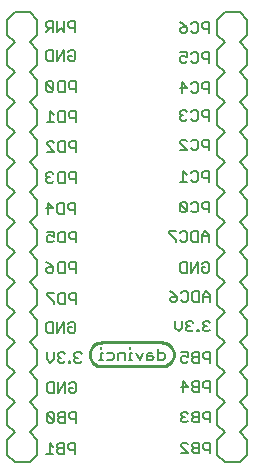
<source format=gbo>
G75*
%MOIN*%
%OFA0B0*%
%FSLAX24Y24*%
%IPPOS*%
%LPD*%
%AMOC8*
5,1,8,0,0,1.08239X$1,22.5*
%
%ADD10C,0.0050*%
%ADD11C,0.0100*%
%ADD12C,0.0080*%
D10*
X002347Y001048D02*
X002580Y001048D01*
X002463Y001048D02*
X002463Y001398D01*
X002580Y001281D01*
X002715Y001281D02*
X002773Y001223D01*
X002948Y001223D01*
X003083Y001223D02*
X003083Y001339D01*
X003142Y001398D01*
X003317Y001398D01*
X003317Y001048D01*
X003317Y001164D02*
X003142Y001164D01*
X003083Y001223D01*
X002948Y001048D02*
X002948Y001398D01*
X002773Y001398D01*
X002715Y001339D01*
X002715Y001281D01*
X002773Y001223D02*
X002715Y001164D01*
X002715Y001106D01*
X002773Y001048D01*
X002948Y001048D01*
X002978Y002077D02*
X002803Y002077D01*
X002745Y002135D01*
X002745Y002194D01*
X002803Y002252D01*
X002978Y002252D01*
X003113Y002252D02*
X003172Y002194D01*
X003347Y002194D01*
X003347Y002077D02*
X003347Y002427D01*
X003172Y002427D01*
X003113Y002369D01*
X003113Y002252D01*
X002978Y002077D02*
X002978Y002427D01*
X002803Y002427D01*
X002745Y002369D01*
X002745Y002310D01*
X002803Y002252D01*
X002610Y002135D02*
X002377Y002369D01*
X002377Y002135D01*
X002435Y002077D01*
X002552Y002077D01*
X002610Y002135D01*
X002610Y002369D01*
X002552Y002427D01*
X002435Y002427D01*
X002377Y002369D01*
X002436Y003067D02*
X002378Y003125D01*
X002378Y003359D01*
X002436Y003417D01*
X002611Y003417D01*
X002611Y003067D01*
X002436Y003067D01*
X002746Y003067D02*
X002746Y003417D01*
X002980Y003417D02*
X002746Y003067D01*
X002980Y003067D02*
X002980Y003417D01*
X003115Y003359D02*
X003173Y003417D01*
X003290Y003417D01*
X003348Y003359D01*
X003348Y003125D01*
X003290Y003067D01*
X003173Y003067D01*
X003115Y003125D01*
X003115Y003242D01*
X003231Y003242D01*
X003157Y004067D02*
X003098Y004067D01*
X003098Y004125D01*
X003157Y004125D01*
X003157Y004067D01*
X003291Y004125D02*
X003291Y004184D01*
X003350Y004242D01*
X003408Y004242D01*
X003350Y004242D02*
X003291Y004300D01*
X003291Y004359D01*
X003350Y004417D01*
X003467Y004417D01*
X003525Y004359D01*
X003525Y004125D02*
X003467Y004067D01*
X003350Y004067D01*
X003291Y004125D01*
X002972Y004125D02*
X002914Y004067D01*
X002797Y004067D01*
X002739Y004125D01*
X002739Y004184D01*
X002797Y004242D01*
X002856Y004242D01*
X002797Y004242D02*
X002739Y004300D01*
X002739Y004359D01*
X002797Y004417D01*
X002914Y004417D01*
X002972Y004359D01*
X002604Y004417D02*
X002604Y004184D01*
X002487Y004067D01*
X002371Y004184D01*
X002371Y004417D01*
X002407Y005077D02*
X002349Y005135D01*
X002349Y005369D01*
X002407Y005427D01*
X002582Y005427D01*
X002582Y005077D01*
X002407Y005077D01*
X002717Y005077D02*
X002717Y005427D01*
X002950Y005427D02*
X002717Y005077D01*
X002950Y005077D02*
X002950Y005427D01*
X003085Y005369D02*
X003144Y005427D01*
X003260Y005427D01*
X003319Y005369D01*
X003319Y005135D01*
X003260Y005077D01*
X003144Y005077D01*
X003085Y005135D01*
X003085Y005252D01*
X003202Y005252D01*
X003337Y006048D02*
X003337Y006398D01*
X003162Y006398D01*
X003104Y006339D01*
X003104Y006223D01*
X003162Y006164D01*
X003337Y006164D01*
X002969Y006048D02*
X002794Y006048D01*
X002736Y006106D01*
X002736Y006339D01*
X002794Y006398D01*
X002969Y006398D01*
X002969Y006048D01*
X002601Y006048D02*
X002601Y006106D01*
X002367Y006339D01*
X002367Y006398D01*
X002601Y006398D01*
X002532Y007077D02*
X002416Y007077D01*
X002357Y007135D01*
X002357Y007194D01*
X002416Y007252D01*
X002591Y007252D01*
X002591Y007135D01*
X002532Y007077D01*
X002591Y007252D02*
X002474Y007369D01*
X002357Y007427D01*
X002726Y007369D02*
X002726Y007135D01*
X002784Y007077D01*
X002959Y007077D01*
X002959Y007427D01*
X002784Y007427D01*
X002726Y007369D01*
X003094Y007369D02*
X003094Y007252D01*
X003152Y007194D01*
X003327Y007194D01*
X003327Y007077D02*
X003327Y007427D01*
X003152Y007427D01*
X003094Y007369D01*
X002968Y008086D02*
X002793Y008086D01*
X002734Y008145D01*
X002734Y008378D01*
X002793Y008437D01*
X002968Y008437D01*
X002968Y008086D01*
X003103Y008261D02*
X003161Y008203D01*
X003336Y008203D01*
X003336Y008086D02*
X003336Y008437D01*
X003161Y008437D01*
X003103Y008378D01*
X003103Y008261D01*
X002600Y008261D02*
X002483Y008320D01*
X002424Y008320D01*
X002366Y008261D01*
X002366Y008145D01*
X002424Y008086D01*
X002541Y008086D01*
X002600Y008145D01*
X002600Y008261D02*
X002600Y008437D01*
X002366Y008437D01*
X002406Y009048D02*
X002406Y009398D01*
X002581Y009223D01*
X002347Y009223D01*
X002716Y009339D02*
X002716Y009106D01*
X002774Y009048D01*
X002949Y009048D01*
X002949Y009398D01*
X002774Y009398D01*
X002716Y009339D01*
X003084Y009339D02*
X003084Y009223D01*
X003142Y009164D01*
X003317Y009164D01*
X003317Y009048D02*
X003317Y009398D01*
X003142Y009398D01*
X003084Y009339D01*
X002959Y010077D02*
X002784Y010077D01*
X002726Y010135D01*
X002726Y010369D01*
X002784Y010427D01*
X002959Y010427D01*
X002959Y010077D01*
X003094Y010252D02*
X003152Y010194D01*
X003327Y010194D01*
X003327Y010077D02*
X003327Y010427D01*
X003152Y010427D01*
X003094Y010369D01*
X003094Y010252D01*
X002591Y010135D02*
X002532Y010077D01*
X002416Y010077D01*
X002357Y010135D01*
X002357Y010194D01*
X002416Y010252D01*
X002474Y010252D01*
X002416Y010252D02*
X002357Y010310D01*
X002357Y010369D01*
X002416Y010427D01*
X002532Y010427D01*
X002591Y010369D01*
X002601Y011116D02*
X002367Y011116D01*
X002367Y011350D02*
X002367Y011408D01*
X002426Y011467D01*
X002542Y011467D01*
X002601Y011408D01*
X002736Y011408D02*
X002794Y011467D01*
X002969Y011467D01*
X002969Y011116D01*
X002794Y011116D01*
X002736Y011175D01*
X002736Y011408D01*
X002601Y011116D02*
X002367Y011350D01*
X003104Y011408D02*
X003104Y011291D01*
X003162Y011233D01*
X003337Y011233D01*
X003337Y011116D02*
X003337Y011467D01*
X003162Y011467D01*
X003104Y011408D01*
X002960Y012111D02*
X002785Y012111D01*
X002727Y012169D01*
X002727Y012403D01*
X002785Y012461D01*
X002960Y012461D01*
X002960Y012111D01*
X003095Y012286D02*
X003154Y012227D01*
X003329Y012227D01*
X003329Y012111D02*
X003329Y012461D01*
X003154Y012461D01*
X003095Y012403D01*
X003095Y012286D01*
X002592Y012344D02*
X002475Y012461D01*
X002475Y012111D01*
X002359Y012111D02*
X002592Y012111D01*
X002532Y013099D02*
X002416Y013099D01*
X002357Y013158D01*
X002357Y013391D01*
X002591Y013158D01*
X002532Y013099D01*
X002591Y013158D02*
X002591Y013391D01*
X002532Y013450D01*
X002416Y013450D01*
X002357Y013391D01*
X002726Y013391D02*
X002726Y013158D01*
X002784Y013099D01*
X002959Y013099D01*
X002959Y013450D01*
X002784Y013450D01*
X002726Y013391D01*
X003094Y013391D02*
X003094Y013275D01*
X003152Y013216D01*
X003327Y013216D01*
X003327Y013099D02*
X003327Y013450D01*
X003152Y013450D01*
X003094Y013391D01*
X003144Y014136D02*
X003085Y014194D01*
X003085Y014311D01*
X003202Y014311D01*
X003319Y014428D02*
X003260Y014486D01*
X003144Y014486D01*
X003085Y014428D01*
X002950Y014486D02*
X002717Y014136D01*
X002717Y014486D01*
X002582Y014486D02*
X002407Y014486D01*
X002349Y014428D01*
X002349Y014194D01*
X002407Y014136D01*
X002582Y014136D01*
X002582Y014486D01*
X002950Y014486D02*
X002950Y014136D01*
X003144Y014136D02*
X003260Y014136D01*
X003319Y014194D01*
X003319Y014428D01*
X003314Y015112D02*
X003314Y015463D01*
X003139Y015463D01*
X003081Y015404D01*
X003081Y015288D01*
X003139Y015229D01*
X003314Y015229D01*
X002946Y015112D02*
X002829Y015229D01*
X002713Y015112D01*
X002713Y015463D01*
X002578Y015463D02*
X002403Y015463D01*
X002344Y015404D01*
X002344Y015288D01*
X002403Y015229D01*
X002578Y015229D01*
X002578Y015112D02*
X002578Y015463D01*
X002461Y015229D02*
X002344Y015112D01*
X002946Y015112D02*
X002946Y015463D01*
X006808Y015429D02*
X006924Y015371D01*
X007041Y015254D01*
X006866Y015254D01*
X006808Y015196D01*
X006808Y015137D01*
X006866Y015079D01*
X006983Y015079D01*
X007041Y015137D01*
X007041Y015254D01*
X007176Y015137D02*
X007234Y015079D01*
X007351Y015079D01*
X007409Y015137D01*
X007409Y015371D01*
X007351Y015429D01*
X007234Y015429D01*
X007176Y015371D01*
X007544Y015371D02*
X007544Y015254D01*
X007603Y015196D01*
X007778Y015196D01*
X007778Y015079D02*
X007778Y015429D01*
X007603Y015429D01*
X007544Y015371D01*
X007595Y014425D02*
X007536Y014367D01*
X007536Y014250D01*
X007595Y014192D01*
X007770Y014192D01*
X007770Y014075D02*
X007770Y014425D01*
X007595Y014425D01*
X007402Y014367D02*
X007402Y014133D01*
X007343Y014075D01*
X007226Y014075D01*
X007168Y014133D01*
X007033Y014133D02*
X006975Y014075D01*
X006858Y014075D01*
X006800Y014133D01*
X006800Y014250D01*
X006858Y014309D01*
X006916Y014309D01*
X007033Y014250D01*
X007033Y014425D01*
X006800Y014425D01*
X007168Y014367D02*
X007226Y014425D01*
X007343Y014425D01*
X007402Y014367D01*
X007347Y013421D02*
X007230Y013421D01*
X007172Y013363D01*
X007037Y013246D02*
X006804Y013246D01*
X006862Y013071D02*
X006862Y013421D01*
X007037Y013246D01*
X007172Y013129D02*
X007230Y013071D01*
X007347Y013071D01*
X007406Y013129D01*
X007406Y013363D01*
X007347Y013421D01*
X007540Y013363D02*
X007540Y013246D01*
X007599Y013188D01*
X007774Y013188D01*
X007774Y013071D02*
X007774Y013421D01*
X007599Y013421D01*
X007540Y013363D01*
X007596Y012493D02*
X007538Y012435D01*
X007538Y012318D01*
X007596Y012260D01*
X007771Y012260D01*
X007771Y012143D02*
X007771Y012493D01*
X007596Y012493D01*
X007403Y012435D02*
X007403Y012201D01*
X007345Y012143D01*
X007228Y012143D01*
X007170Y012201D01*
X007035Y012201D02*
X006976Y012143D01*
X006860Y012143D01*
X006801Y012201D01*
X006801Y012260D01*
X006860Y012318D01*
X006918Y012318D01*
X006860Y012318D02*
X006801Y012376D01*
X006801Y012435D01*
X006860Y012493D01*
X006976Y012493D01*
X007035Y012435D01*
X007170Y012435D02*
X007228Y012493D01*
X007345Y012493D01*
X007403Y012435D01*
X007349Y011515D02*
X007232Y011515D01*
X007174Y011457D01*
X007039Y011457D02*
X006981Y011515D01*
X006864Y011515D01*
X006805Y011457D01*
X006805Y011399D01*
X007039Y011165D01*
X006805Y011165D01*
X007174Y011223D02*
X007232Y011165D01*
X007349Y011165D01*
X007407Y011223D01*
X007407Y011457D01*
X007349Y011515D01*
X007542Y011457D02*
X007542Y011340D01*
X007600Y011282D01*
X007776Y011282D01*
X007776Y011165D02*
X007776Y011515D01*
X007600Y011515D01*
X007542Y011457D01*
X007599Y010450D02*
X007540Y010392D01*
X007540Y010275D01*
X007599Y010217D01*
X007774Y010217D01*
X007774Y010100D02*
X007774Y010450D01*
X007599Y010450D01*
X007406Y010392D02*
X007406Y010159D01*
X007347Y010100D01*
X007230Y010100D01*
X007172Y010159D01*
X007037Y010100D02*
X006804Y010100D01*
X006920Y010100D02*
X006920Y010450D01*
X007037Y010334D01*
X007172Y010392D02*
X007230Y010450D01*
X007347Y010450D01*
X007406Y010392D01*
X007343Y009439D02*
X007226Y009439D01*
X007168Y009380D01*
X007033Y009380D02*
X007033Y009147D01*
X006800Y009380D01*
X006800Y009147D01*
X006858Y009088D01*
X006975Y009088D01*
X007033Y009147D01*
X007168Y009147D02*
X007226Y009088D01*
X007343Y009088D01*
X007402Y009147D01*
X007402Y009380D01*
X007343Y009439D01*
X007536Y009380D02*
X007536Y009264D01*
X007595Y009205D01*
X007770Y009205D01*
X007770Y009088D02*
X007770Y009439D01*
X007595Y009439D01*
X007536Y009380D01*
X007033Y009380D02*
X006975Y009439D01*
X006858Y009439D01*
X006800Y009380D01*
X006858Y008462D02*
X006800Y008404D01*
X006858Y008462D02*
X006975Y008462D01*
X007033Y008404D01*
X007033Y008170D01*
X006975Y008112D01*
X006858Y008112D01*
X006800Y008170D01*
X006665Y008170D02*
X006665Y008112D01*
X006665Y008170D02*
X006431Y008404D01*
X006431Y008462D01*
X006665Y008462D01*
X007168Y008404D02*
X007168Y008170D01*
X007226Y008112D01*
X007402Y008112D01*
X007402Y008462D01*
X007226Y008462D01*
X007168Y008404D01*
X007536Y008346D02*
X007536Y008112D01*
X007536Y008287D02*
X007770Y008287D01*
X007770Y008346D02*
X007653Y008462D01*
X007536Y008346D01*
X007770Y008346D02*
X007770Y008112D01*
X007715Y007431D02*
X007599Y007431D01*
X007540Y007372D01*
X007540Y007256D02*
X007657Y007256D01*
X007540Y007256D02*
X007540Y007139D01*
X007599Y007081D01*
X007715Y007081D01*
X007774Y007139D01*
X007774Y007372D01*
X007715Y007431D01*
X007406Y007431D02*
X007406Y007081D01*
X007172Y007081D02*
X007172Y007431D01*
X007037Y007431D02*
X006862Y007431D01*
X006804Y007372D01*
X006804Y007139D01*
X006862Y007081D01*
X007037Y007081D01*
X007037Y007431D01*
X007406Y007431D02*
X007172Y007081D01*
X007262Y006454D02*
X007437Y006454D01*
X007437Y006104D01*
X007262Y006104D01*
X007203Y006163D01*
X007203Y006396D01*
X007262Y006454D01*
X007069Y006396D02*
X007069Y006163D01*
X007010Y006104D01*
X006894Y006104D01*
X006835Y006163D01*
X006700Y006163D02*
X006642Y006104D01*
X006525Y006104D01*
X006467Y006163D01*
X006467Y006221D01*
X006525Y006279D01*
X006700Y006279D01*
X006700Y006163D01*
X006700Y006279D02*
X006584Y006396D01*
X006467Y006454D01*
X006835Y006396D02*
X006894Y006454D01*
X007010Y006454D01*
X007069Y006396D01*
X007572Y006338D02*
X007572Y006104D01*
X007572Y006279D02*
X007805Y006279D01*
X007805Y006338D02*
X007689Y006454D01*
X007572Y006338D01*
X007805Y006338D02*
X007805Y006104D01*
X007751Y005472D02*
X007634Y005472D01*
X007576Y005413D01*
X007576Y005355D01*
X007634Y005297D01*
X007576Y005238D01*
X007576Y005180D01*
X007634Y005121D01*
X007751Y005121D01*
X007809Y005180D01*
X007692Y005297D02*
X007634Y005297D01*
X007809Y005413D02*
X007751Y005472D01*
X007441Y005180D02*
X007383Y005180D01*
X007383Y005121D01*
X007441Y005121D01*
X007441Y005180D01*
X007257Y005180D02*
X007198Y005121D01*
X007082Y005121D01*
X007023Y005180D01*
X007023Y005238D01*
X007082Y005297D01*
X007140Y005297D01*
X007082Y005297D02*
X007023Y005355D01*
X007023Y005413D01*
X007082Y005472D01*
X007198Y005472D01*
X007257Y005413D01*
X006888Y005472D02*
X006888Y005238D01*
X006772Y005121D01*
X006655Y005238D01*
X006655Y005472D01*
X006081Y004525D02*
X006081Y004175D01*
X006257Y004175D01*
X006315Y004233D01*
X006315Y004350D01*
X006257Y004409D01*
X006081Y004409D01*
X005888Y004409D02*
X005772Y004409D01*
X005713Y004350D01*
X005713Y004175D01*
X005888Y004175D01*
X005947Y004233D01*
X005888Y004292D01*
X005713Y004292D01*
X005578Y004409D02*
X005462Y004175D01*
X005345Y004409D01*
X005210Y004409D02*
X005152Y004409D01*
X005152Y004175D01*
X005210Y004175D02*
X005093Y004175D01*
X004965Y004175D02*
X004965Y004409D01*
X004789Y004409D01*
X004731Y004350D01*
X004731Y004175D01*
X004596Y004233D02*
X004596Y004350D01*
X004538Y004409D01*
X004363Y004409D01*
X004228Y004409D02*
X004170Y004409D01*
X004170Y004175D01*
X004228Y004175D02*
X004111Y004175D01*
X004363Y004175D02*
X004538Y004175D01*
X004596Y004233D01*
X004170Y004525D02*
X004170Y004584D01*
X005152Y004584D02*
X005152Y004525D01*
X006839Y004425D02*
X007073Y004425D01*
X007073Y004250D01*
X006956Y004309D01*
X006897Y004309D01*
X006839Y004250D01*
X006839Y004133D01*
X006897Y004075D01*
X007014Y004075D01*
X007073Y004133D01*
X007207Y004133D02*
X007207Y004192D01*
X007266Y004250D01*
X007441Y004250D01*
X007576Y004250D02*
X007576Y004367D01*
X007634Y004425D01*
X007809Y004425D01*
X007809Y004075D01*
X007809Y004192D02*
X007634Y004192D01*
X007576Y004250D01*
X007441Y004075D02*
X007266Y004075D01*
X007207Y004133D01*
X007266Y004250D02*
X007207Y004309D01*
X007207Y004367D01*
X007266Y004425D01*
X007441Y004425D01*
X007441Y004075D01*
X007441Y003450D02*
X007266Y003450D01*
X007207Y003392D01*
X007207Y003334D01*
X007266Y003275D01*
X007441Y003275D01*
X007576Y003275D02*
X007576Y003392D01*
X007634Y003450D01*
X007809Y003450D01*
X007809Y003100D01*
X007809Y003217D02*
X007634Y003217D01*
X007576Y003275D01*
X007441Y003100D02*
X007266Y003100D01*
X007207Y003159D01*
X007207Y003217D01*
X007266Y003275D01*
X007073Y003275D02*
X006839Y003275D01*
X006897Y003100D02*
X006897Y003450D01*
X007073Y003275D01*
X007441Y003100D02*
X007441Y003450D01*
X007445Y002436D02*
X007270Y002436D01*
X007211Y002377D01*
X007211Y002319D01*
X007270Y002260D01*
X007445Y002260D01*
X007580Y002260D02*
X007638Y002202D01*
X007813Y002202D01*
X007813Y002085D02*
X007813Y002436D01*
X007638Y002436D01*
X007580Y002377D01*
X007580Y002260D01*
X007445Y002085D02*
X007270Y002085D01*
X007211Y002144D01*
X007211Y002202D01*
X007270Y002260D01*
X007445Y002085D02*
X007445Y002436D01*
X007077Y002377D02*
X007018Y002436D01*
X006901Y002436D01*
X006843Y002377D01*
X006843Y002319D01*
X006901Y002260D01*
X006843Y002202D01*
X006843Y002144D01*
X006901Y002085D01*
X007018Y002085D01*
X007077Y002144D01*
X006960Y002260D02*
X006901Y002260D01*
X006903Y001416D02*
X007020Y001416D01*
X007078Y001357D01*
X007213Y001357D02*
X007213Y001299D01*
X007272Y001241D01*
X007447Y001241D01*
X007581Y001241D02*
X007581Y001357D01*
X007640Y001416D01*
X007815Y001416D01*
X007815Y001066D01*
X007815Y001182D02*
X007640Y001182D01*
X007581Y001241D01*
X007447Y001066D02*
X007447Y001416D01*
X007272Y001416D01*
X007213Y001357D01*
X007272Y001241D02*
X007213Y001182D01*
X007213Y001124D01*
X007272Y001066D01*
X007447Y001066D01*
X007078Y001066D02*
X006845Y001299D01*
X006845Y001357D01*
X006903Y001416D01*
X006845Y001066D02*
X007078Y001066D01*
D11*
X006200Y003950D02*
X004200Y003950D01*
X004161Y003952D01*
X004122Y003958D01*
X004084Y003967D01*
X004047Y003980D01*
X004011Y003997D01*
X003978Y004017D01*
X003946Y004041D01*
X003917Y004067D01*
X003891Y004096D01*
X003867Y004128D01*
X003847Y004161D01*
X003830Y004197D01*
X003817Y004234D01*
X003808Y004272D01*
X003802Y004311D01*
X003800Y004350D01*
X003802Y004389D01*
X003808Y004428D01*
X003817Y004466D01*
X003830Y004503D01*
X003847Y004539D01*
X003867Y004572D01*
X003891Y004604D01*
X003917Y004633D01*
X003946Y004659D01*
X003978Y004683D01*
X004011Y004703D01*
X004047Y004720D01*
X004084Y004733D01*
X004122Y004742D01*
X004161Y004748D01*
X004200Y004750D01*
X006200Y004750D01*
X006239Y004748D01*
X006278Y004742D01*
X006316Y004733D01*
X006353Y004720D01*
X006389Y004703D01*
X006422Y004683D01*
X006454Y004659D01*
X006483Y004633D01*
X006509Y004604D01*
X006533Y004572D01*
X006553Y004539D01*
X006570Y004503D01*
X006583Y004466D01*
X006592Y004428D01*
X006598Y004389D01*
X006600Y004350D01*
X006598Y004311D01*
X006592Y004272D01*
X006583Y004234D01*
X006570Y004197D01*
X006553Y004161D01*
X006533Y004128D01*
X006509Y004096D01*
X006483Y004067D01*
X006454Y004041D01*
X006422Y004017D01*
X006389Y003997D01*
X006353Y003980D01*
X006316Y003967D01*
X006278Y003958D01*
X006239Y003952D01*
X006200Y003950D01*
D12*
X001050Y001500D02*
X001050Y001000D01*
X001300Y000750D01*
X001800Y000750D01*
X002050Y001000D01*
X002050Y001500D01*
X001800Y001750D01*
X002050Y002000D01*
X002050Y002500D01*
X001800Y002750D01*
X002050Y003000D01*
X002050Y003500D01*
X001800Y003750D01*
X002050Y004000D01*
X002050Y004500D01*
X001800Y004750D01*
X002050Y005000D01*
X002050Y005500D01*
X001800Y005750D01*
X002050Y006000D01*
X002050Y006500D01*
X001800Y006750D01*
X002050Y007000D01*
X002050Y007500D01*
X001800Y007750D01*
X002050Y008000D01*
X002050Y008500D01*
X001800Y008750D01*
X002050Y009000D01*
X002050Y009500D01*
X001800Y009750D01*
X002050Y010000D01*
X002050Y010500D01*
X001800Y010750D01*
X002050Y011000D01*
X002050Y011500D01*
X001800Y011750D01*
X002050Y012000D01*
X002050Y012500D01*
X001800Y012750D01*
X002050Y013000D01*
X002050Y013500D01*
X001800Y013750D01*
X002050Y014000D01*
X002050Y014500D01*
X001800Y014750D01*
X002050Y015000D01*
X002050Y015500D01*
X001800Y015750D01*
X001300Y015750D01*
X001050Y015500D01*
X001050Y015000D01*
X001300Y014750D01*
X001050Y014500D01*
X001050Y014000D01*
X001300Y013750D01*
X001050Y013500D01*
X001050Y013000D01*
X001300Y012750D01*
X001050Y012500D01*
X001050Y012000D01*
X001300Y011750D01*
X001050Y011500D01*
X001050Y011000D01*
X001300Y010750D01*
X001050Y010500D01*
X001050Y010000D01*
X001300Y009750D01*
X001050Y009500D01*
X001050Y009000D01*
X001300Y008750D01*
X001050Y008500D01*
X001050Y008000D01*
X001300Y007750D01*
X001050Y007500D01*
X001050Y007000D01*
X001300Y006750D01*
X001050Y006500D01*
X001050Y006000D01*
X001300Y005750D01*
X001050Y005500D01*
X001050Y005000D01*
X001300Y004750D01*
X001050Y004500D01*
X001050Y004000D01*
X001300Y003750D01*
X001050Y003500D01*
X001050Y003000D01*
X001300Y002750D01*
X001050Y002500D01*
X001050Y002000D01*
X001300Y001750D01*
X001050Y001500D01*
X008050Y001500D02*
X008050Y001000D01*
X008300Y000750D01*
X008800Y000750D01*
X009050Y001000D01*
X009050Y001500D01*
X008800Y001750D01*
X009050Y002000D01*
X009050Y002500D01*
X008800Y002750D01*
X009050Y003000D01*
X009050Y003500D01*
X008800Y003750D01*
X009050Y004000D01*
X009050Y004500D01*
X008800Y004750D01*
X009050Y005000D01*
X009050Y005500D01*
X008800Y005750D01*
X009050Y006000D01*
X009050Y006500D01*
X008800Y006750D01*
X009050Y007000D01*
X009050Y007500D01*
X008800Y007750D01*
X009050Y008000D01*
X009050Y008500D01*
X008800Y008750D01*
X009050Y009000D01*
X009050Y009500D01*
X008800Y009750D01*
X009050Y010000D01*
X009050Y010500D01*
X008800Y010750D01*
X009050Y011000D01*
X009050Y011500D01*
X008800Y011750D01*
X009050Y012000D01*
X009050Y012500D01*
X008800Y012750D01*
X009050Y013000D01*
X009050Y013500D01*
X008800Y013750D01*
X009050Y014000D01*
X009050Y014500D01*
X008800Y014750D01*
X009050Y015000D01*
X009050Y015500D01*
X008800Y015750D01*
X008300Y015750D01*
X008050Y015500D01*
X008050Y015000D01*
X008300Y014750D01*
X008050Y014500D01*
X008050Y014000D01*
X008300Y013750D01*
X008050Y013500D01*
X008050Y013000D01*
X008300Y012750D01*
X008050Y012500D01*
X008050Y012000D01*
X008300Y011750D01*
X008050Y011500D01*
X008050Y011000D01*
X008300Y010750D01*
X008050Y010500D01*
X008050Y010000D01*
X008300Y009750D01*
X008050Y009500D01*
X008050Y009000D01*
X008300Y008750D01*
X008050Y008500D01*
X008050Y008000D01*
X008300Y007750D01*
X008050Y007500D01*
X008050Y007000D01*
X008300Y006750D01*
X008050Y006500D01*
X008050Y006000D01*
X008300Y005750D01*
X008050Y005500D01*
X008050Y005000D01*
X008300Y004750D01*
X008050Y004500D01*
X008050Y004000D01*
X008300Y003750D01*
X008050Y003500D01*
X008050Y003000D01*
X008300Y002750D01*
X008050Y002500D01*
X008050Y002000D01*
X008300Y001750D01*
X008050Y001500D01*
M02*

</source>
